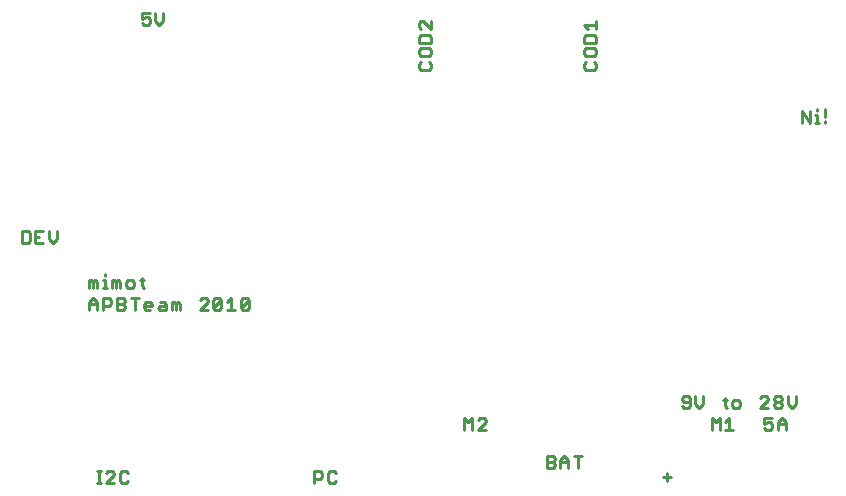
<source format=gto>
From 3b1492a94c8c1dcd8fb215bbc2ccf3a91baf2a49 Mon Sep 17 00:00:00 2001
From: Nicolas Schodet
Date: Mon, 29 Mar 2010 09:02:37 +0200
Subject: digital/mimot/pcb/orders/batchpcb_2010-03-30: prepare order, refs
 #110

---
 .../mimot/pcb/orders/batchpcb_2010-03-30/mimot.GTO | 433 +++++++++++++++++++++
 1 file changed, 433 insertions(+)
 create mode 100644 digital/mimot/pcb/orders/batchpcb_2010-03-30/mimot.GTO

(limited to 'digital/mimot/pcb/orders/batchpcb_2010-03-30/mimot.GTO')

diff --git a/digital/mimot/pcb/orders/batchpcb_2010-03-30/mimot.GTO b/digital/mimot/pcb/orders/batchpcb_2010-03-30/mimot.GTO
new file mode 100644
index 00000000..a15900a1
--- /dev/null
+++ b/digital/mimot/pcb/orders/batchpcb_2010-03-30/mimot.GTO
@@ -0,0 +1,433 @@
+G75*
+G70*
+%OFA0B0*%
+%FSLAX24Y24*%
+%IPPOS*%
+%LPD*%
+%AMOC8*
+5,1,8,0,0,1.08239X$1,22.5*
+%
+%ADD10C,0.0100*%
+D10*
+X007684Y004223D02*
+X007818Y004223D01*
+X007751Y004223D02*
+X007751Y004623D01*
+X007684Y004623D02*
+X007818Y004623D01*
+X007991Y004557D02*
+X008058Y004623D01*
+X008192Y004623D01*
+X008258Y004557D01*
+X008258Y004490D01*
+X007991Y004223D01*
+X008258Y004223D01*
+X008452Y004290D02*
+X008452Y004557D01*
+X008518Y004623D01*
+X008652Y004623D01*
+X008719Y004557D01*
+X008719Y004290D02*
+X008652Y004223D01*
+X008518Y004223D01*
+X008452Y004290D01*
+X014934Y004356D02*
+X015135Y004356D01*
+X015201Y004423D01*
+X015201Y004557D01*
+X015135Y004623D01*
+X014934Y004623D01*
+X014934Y004223D01*
+X015395Y004290D02*
+X015462Y004223D01*
+X015595Y004223D01*
+X015662Y004290D01*
+X015662Y004557D02*
+X015595Y004623D01*
+X015462Y004623D01*
+X015395Y004557D01*
+X015395Y004290D01*
+X019934Y005973D02*
+X019934Y006373D01*
+X020068Y006240D01*
+X020201Y006373D01*
+X020201Y005973D01*
+X020395Y005973D02*
+X020662Y006240D01*
+X020662Y006307D01*
+X020595Y006373D01*
+X020462Y006373D01*
+X020395Y006307D01*
+X020395Y005973D02*
+X020662Y005973D01*
+X022684Y005123D02*
+X022684Y004723D01*
+X022885Y004723D01*
+X022951Y004790D01*
+X022951Y004856D01*
+X022885Y004923D01*
+X022684Y004923D01*
+X022684Y005123D02*
+X022885Y005123D01*
+X022951Y005057D01*
+X022951Y004990D01*
+X022885Y004923D01*
+X023145Y004923D02*
+X023412Y004923D01*
+X023412Y004990D02*
+X023412Y004723D01*
+X023412Y004990D02*
+X023278Y005123D01*
+X023145Y004990D01*
+X023145Y004723D01*
+X023739Y004723D02*
+X023739Y005123D01*
+X023872Y005123D02*
+X023605Y005123D01*
+X026559Y004423D02*
+X026826Y004423D01*
+X026693Y004557D02*
+X026693Y004290D01*
+X028184Y005973D02*
+X028184Y006373D01*
+X028318Y006240D01*
+X028451Y006373D01*
+X028451Y005973D01*
+X028645Y005973D02*
+X028912Y005973D01*
+X028778Y005973D02*
+X028778Y006373D01*
+X028645Y006240D01*
+X028699Y006723D02*
+X028632Y006790D01*
+X028632Y007057D01*
+X028566Y006990D02*
+X028699Y006990D01*
+X028872Y006923D02*
+X028872Y006790D01*
+X028939Y006723D01*
+X029073Y006723D01*
+X029139Y006790D01*
+X029139Y006923D01*
+X029073Y006990D01*
+X028939Y006990D01*
+X028872Y006923D01*
+X027912Y006856D02*
+X027912Y007123D01*
+X027912Y006856D02*
+X027778Y006723D01*
+X027645Y006856D01*
+X027645Y007123D01*
+X027451Y007057D02*
+X027385Y007123D01*
+X027251Y007123D01*
+X027184Y007057D01*
+X027184Y006990D01*
+X027251Y006923D01*
+X027451Y006923D01*
+X027451Y006790D02*
+X027451Y007057D01*
+X027451Y006790D02*
+X027385Y006723D01*
+X027251Y006723D01*
+X027184Y006790D01*
+X029793Y006723D02*
+X030060Y006990D01*
+X030060Y007057D01*
+X029993Y007123D01*
+X029860Y007123D01*
+X029793Y007057D01*
+X030254Y007057D02*
+X030254Y006990D01*
+X030320Y006923D01*
+X030454Y006923D01*
+X030520Y006856D01*
+X030520Y006790D01*
+X030454Y006723D01*
+X030320Y006723D01*
+X030254Y006790D01*
+X030254Y006856D01*
+X030320Y006923D01*
+X030454Y006923D02*
+X030520Y006990D01*
+X030520Y007057D01*
+X030454Y007123D01*
+X030320Y007123D01*
+X030254Y007057D01*
+X030060Y006723D02*
+X029793Y006723D01*
+X029934Y006373D02*
+X029934Y006173D01*
+X030068Y006240D01*
+X030135Y006240D01*
+X030201Y006173D01*
+X030201Y006040D01*
+X030135Y005973D01*
+X030001Y005973D01*
+X029934Y006040D01*
+X030395Y005973D02*
+X030395Y006240D01*
+X030528Y006373D01*
+X030662Y006240D01*
+X030662Y005973D01*
+X030662Y006173D02*
+X030395Y006173D01*
+X030201Y006373D02*
+X029934Y006373D01*
+X030714Y006856D02*
+X030847Y006723D01*
+X030981Y006856D01*
+X030981Y007123D01*
+X030714Y007123D02*
+X030714Y006856D01*
+X031184Y016223D02*
+X031184Y016623D01*
+X031451Y016223D01*
+X031451Y016623D01*
+X031645Y016490D02*
+X031712Y016490D01*
+X031712Y016223D01*
+X031778Y016223D02*
+X031645Y016223D01*
+X031952Y016223D02*
+X031952Y016290D01*
+X031952Y016423D02*
+X031952Y016690D01*
+X031712Y016690D02*
+X031712Y016623D01*
+X024334Y018040D02*
+X024268Y017973D01*
+X024001Y017973D01*
+X023934Y018040D01*
+X023934Y018173D01*
+X024001Y018240D01*
+X024001Y018433D02*
+X024268Y018433D01*
+X024334Y018500D01*
+X024334Y018634D01*
+X024268Y018700D01*
+X024001Y018700D01*
+X023934Y018634D01*
+X023934Y018500D01*
+X024001Y018433D01*
+X024268Y018240D02*
+X024334Y018173D01*
+X024334Y018040D01*
+X024334Y018894D02*
+X023934Y018894D01*
+X023934Y019094D01*
+X024001Y019161D01*
+X024268Y019161D01*
+X024334Y019094D01*
+X024334Y018894D01*
+X024334Y019354D02*
+X024334Y019621D01*
+X024334Y019488D02*
+X023934Y019488D01*
+X024068Y019354D01*
+X018834Y019354D02*
+X018568Y019621D01*
+X018501Y019621D01*
+X018434Y019554D01*
+X018434Y019421D01*
+X018501Y019354D01*
+X018501Y019161D02*
+X018434Y019094D01*
+X018434Y018894D01*
+X018834Y018894D01*
+X018834Y019094D01*
+X018768Y019161D01*
+X018501Y019161D01*
+X018834Y019354D02*
+X018834Y019621D01*
+X018768Y018700D02*
+X018501Y018700D01*
+X018434Y018634D01*
+X018434Y018500D01*
+X018501Y018433D01*
+X018768Y018433D01*
+X018834Y018500D01*
+X018834Y018634D01*
+X018768Y018700D01*
+X018768Y018240D02*
+X018834Y018173D01*
+X018834Y018040D01*
+X018768Y017973D01*
+X018501Y017973D01*
+X018434Y018040D01*
+X018434Y018173D01*
+X018501Y018240D01*
+X009912Y019606D02*
+X009912Y019873D01*
+X009912Y019606D02*
+X009778Y019473D01*
+X009645Y019606D01*
+X009645Y019873D01*
+X009451Y019873D02*
+X009184Y019873D01*
+X009184Y019673D01*
+X009318Y019740D01*
+X009385Y019740D01*
+X009451Y019673D01*
+X009451Y019540D01*
+X009385Y019473D01*
+X009251Y019473D01*
+X009184Y019540D01*
+X006372Y012623D02*
+X006372Y012356D01*
+X006239Y012223D01*
+X006105Y012356D01*
+X006105Y012623D01*
+X005912Y012623D02*
+X005645Y012623D01*
+X005645Y012223D01*
+X005912Y012223D01*
+X005778Y012423D02*
+X005645Y012423D01*
+X005451Y012290D02*
+X005451Y012557D01*
+X005385Y012623D01*
+X005184Y012623D01*
+X005184Y012223D01*
+X005385Y012223D01*
+X005451Y012290D01*
+X007434Y010990D02*
+X007434Y010723D01*
+X007568Y010723D02*
+X007568Y010923D01*
+X007635Y010990D01*
+X007701Y010923D01*
+X007701Y010723D01*
+X007895Y010723D02*
+X008028Y010723D01*
+X007962Y010723D02*
+X007962Y010990D01*
+X007895Y010990D01*
+X007962Y011123D02*
+X007962Y011190D01*
+X008202Y010990D02*
+X008268Y010990D01*
+X008335Y010923D01*
+X008402Y010990D01*
+X008469Y010923D01*
+X008469Y010723D01*
+X008335Y010723D02*
+X008335Y010923D01*
+X008202Y010990D02*
+X008202Y010723D01*
+X008662Y010790D02*
+X008729Y010723D01*
+X008862Y010723D01*
+X008929Y010790D01*
+X008929Y010923D01*
+X008862Y010990D01*
+X008729Y010990D01*
+X008662Y010923D01*
+X008662Y010790D01*
+X008555Y010373D02*
+X008622Y010307D01*
+X008622Y010240D01*
+X008555Y010173D01*
+X008355Y010173D01*
+X008162Y010173D02*
+X008162Y010307D01*
+X008095Y010373D01*
+X007895Y010373D01*
+X007895Y009973D01*
+X007895Y010106D02*
+X008095Y010106D01*
+X008162Y010173D01*
+X008355Y009973D02*
+X008355Y010373D01*
+X008555Y010373D01*
+X008555Y010173D02*
+X008622Y010106D01*
+X008622Y010040D01*
+X008555Y009973D01*
+X008355Y009973D01*
+X008949Y009973D02*
+X008949Y010373D01*
+X008816Y010373D02*
+X009082Y010373D01*
+X009276Y010173D02*
+X009343Y010240D01*
+X009476Y010240D01*
+X009543Y010173D01*
+X009543Y010106D01*
+X009276Y010106D01*
+X009276Y010040D02*
+X009276Y010173D01*
+X009276Y010040D02*
+X009343Y009973D01*
+X009476Y009973D01*
+X009736Y010040D02*
+X009803Y010106D01*
+X010003Y010106D01*
+X010003Y010173D02*
+X010003Y009973D01*
+X009803Y009973D01*
+X009736Y010040D01*
+X009803Y010240D02*
+X009936Y010240D01*
+X010003Y010173D01*
+X010197Y010240D02*
+X010263Y010240D01*
+X010330Y010173D01*
+X010397Y010240D01*
+X010464Y010173D01*
+X010464Y009973D01*
+X010330Y009973D02*
+X010330Y010173D01*
+X010197Y010240D02*
+X010197Y009973D01*
+X011117Y009973D02*
+X011384Y010240D01*
+X011384Y010307D01*
+X011317Y010373D01*
+X011184Y010373D01*
+X011117Y010307D01*
+X011117Y009973D02*
+X011384Y009973D01*
+X011578Y010040D02*
+X011578Y010307D01*
+X011644Y010373D01*
+X011778Y010373D01*
+X011845Y010307D01*
+X011578Y010040D01*
+X011644Y009973D01*
+X011778Y009973D01*
+X011845Y010040D01*
+X011845Y010307D01*
+X012038Y010240D02*
+X012171Y010373D01*
+X012171Y009973D01*
+X012038Y009973D02*
+X012305Y009973D01*
+X012498Y010040D02*
+X012765Y010307D01*
+X012765Y010040D01*
+X012699Y009973D01*
+X012565Y009973D01*
+X012498Y010040D01*
+X012498Y010307D01*
+X012565Y010373D01*
+X012699Y010373D01*
+X012765Y010307D01*
+X009256Y010723D02*
+X009189Y010790D01*
+X009189Y011057D01*
+X009122Y010990D02*
+X009256Y010990D01*
+X007701Y010240D02*
+X007701Y009973D01*
+X007701Y010173D02*
+X007434Y010173D01*
+X007434Y010240D02*
+X007434Y009973D01*
+X007434Y010240D02*
+X007568Y010373D01*
+X007701Y010240D01*
+X007568Y010923D02*
+X007501Y010990D01*
+X007434Y010990D01*
+M02*
-- 
cgit v1.2.3


</source>
